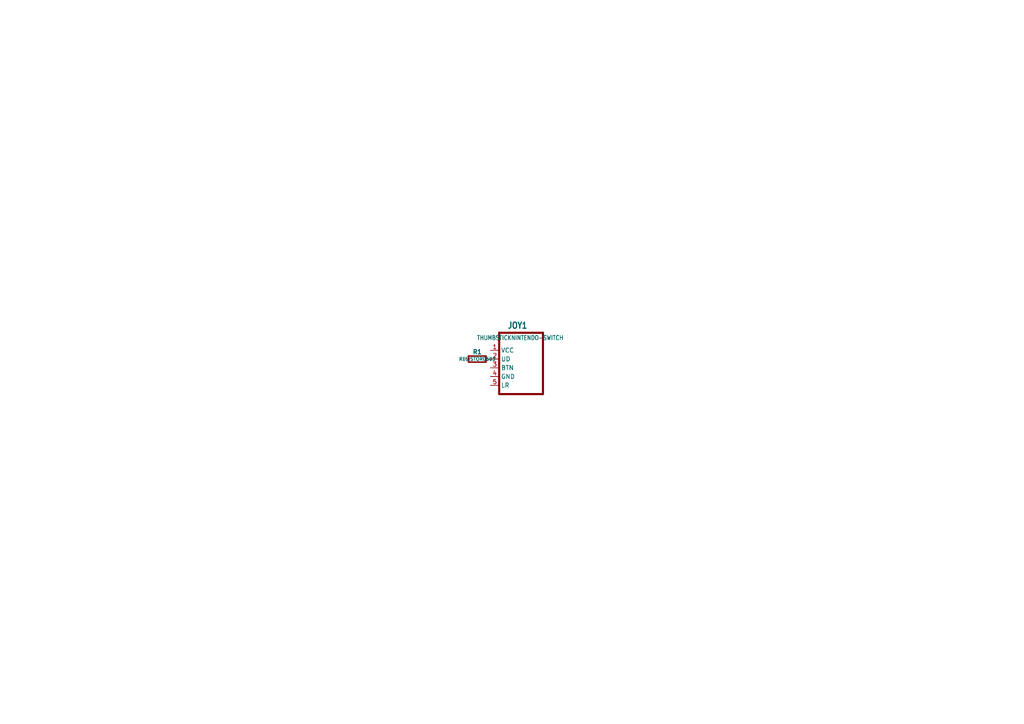
<source format=kicad_sch>
(kicad_sch (version 20211123) (generator eeschema)
  (paper "A4")
  (lib_symbols
    (symbol "nintendo-joystick-eagle-import:RESISTOR0603"
      (property "Reference" "R" (at 1.27 1.2192 0))
      (property "Value" "RESISTOR0603" (at 1.27 0 0))
      (symbol "RESISTOR0603_1_0"
        (polyline (pts (xy -1.27 -0.889) (xy -1.27 0)) (stroke (width 0.4064)))
        (polyline (pts (xy -1.27 -0.889) (xy 3.81 -0.889)) (stroke (width 0.4064)))
        (polyline (pts (xy -1.27 0) (xy -2.54 0)) (stroke (width 0.1524)))
        (polyline (pts (xy -1.27 0) (xy -1.27 0.889)) (stroke (width 0.4064)))
        (polyline (pts (xy 3.81 -0.889) (xy 3.81 0)) (stroke (width 0.4064)))
        (polyline (pts (xy 3.81 0) (xy 3.81 0.889)) (stroke (width 0.4064)))
        (polyline (pts (xy 3.81 0) (xy 5.08 0)) (stroke (width 0.1524)))
        (polyline (pts (xy 3.81 0.889) (xy -1.27 0.889)) (stroke (width 0.4064)))
        (pin passive line (at -2.54 0 0) (length 0) (name "1") (number "1"))
        (pin passive line (at 5.08 0 180) (length 0) (name "2") (number "2"))
      )
    )
    (symbol "nintendo-joystick-eagle-import:THUMBSTICKNINTENDO-SWITCH"
      (property "Reference" "JOY" (at -2.286 8.636 0))
      (property "Value" "THUMBSTICKNINTENDO-SWITCH" (at -1.524 6.858 0))
      (symbol "THUMBSTICKNINTENDO-SWITCH_1_0"
        (polyline (pts (xy -7.62 -10.16) (xy -7.62 7.62)) (stroke (width 0.6096)))
        (polyline (pts (xy -7.62 7.62) (xy 5.08 7.62)) (stroke (width 0.6096)))
        (polyline (pts (xy 5.08 -10.16) (xy -7.62 -10.16)) (stroke (width 0.6096)))
        (polyline (pts (xy 5.08 7.62) (xy 5.08 -10.16)) (stroke (width 0.6096)))
        (pin bidirectional line (at -10.16 2.54 0) (length 2.54) (name "VCC") (number "1"))
        (pin bidirectional line (at -10.16 0 0) (length 2.54) (name "UD") (number "2"))
        (pin bidirectional line (at -10.16 -2.54 0) (length 2.54) (name "BTN") (number "3"))
        (pin bidirectional line (at -10.16 -5.08 0) (length 2.54) (name "GND") (number "4"))
        (pin bidirectional line (at -10.16 -7.62 0) (length 2.54) (name "LR") (number "5"))
      )
    )
  )
  (symbol (lib_id "nintendo-joystick-eagle-import:THUMBSTICKNINTENDO-SWITCH") (at 152.4 104.14 0) (unit 1)
    (property "Reference" "JOY1" (at 150.114 95.504 0) (effects (font (size 1.778 1.5113) bold) (justify bottom)))
    (property "Value" "THUMBSTICKNINTENDO-SWITCH" (at 150.876 97.282 0) (effects (font (size 1.27 1.0795)) (justify top)))
    (property "Footprint" "nintendo-joystick:NINTENDO-JOYCON" (effects hide))
  )
  (symbol (lib_id "nintendo-joystick-eagle-import:RESISTOR0603") (at 137.16 104.14 0) (unit 1)
    (property "Reference" "R1" (at 138.43 102.9208 0) (effects (font bold) (justify bottom)))
    (property "Value" "RESISTOR0603" (at 138.43 104.14 0) (effects (font (size 0.9652 0.9652))))
    (property "Footprint" "nintendo-joystick:0603-RES" (effects hide))
  )
)
</source>
